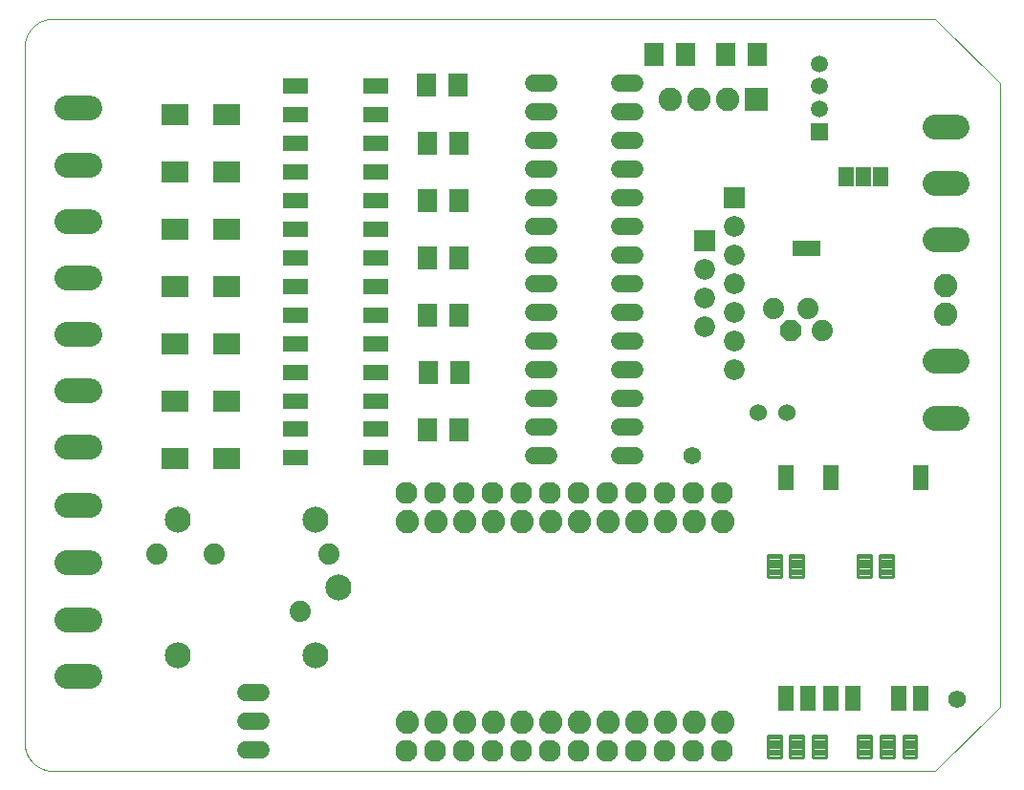
<source format=gbs>
G75*
%MOIN*%
%OFA0B0*%
%FSLAX25Y25*%
%IPPOS*%
%LPD*%
%AMOC8*
5,1,8,0,0,1.08239X$1,22.5*
%
%ADD10C,0.00100*%
%ADD11C,0.08200*%
%ADD12R,0.07099X0.07887*%
%ADD13R,0.08800X0.05800*%
%ADD14C,0.08600*%
%ADD15C,0.07400*%
%ADD16C,0.06000*%
%ADD17C,0.01160*%
%ADD18R,0.05800X0.08674*%
%ADD19C,0.06200*%
%ADD20R,0.07225X0.07225*%
%ADD21C,0.07225*%
%ADD22C,0.06000*%
%ADD23C,0.09068*%
%ADD24R,0.09800X0.07769*%
%ADD25R,0.05950X0.05950*%
%ADD26C,0.05950*%
%ADD27C,0.07700*%
%ADD28OC8,0.07400*%
%ADD29R,0.03300X0.05800*%
%ADD30R,0.08200X0.08200*%
%ADD31R,0.05400X0.07100*%
D10*
X0057595Y0046433D02*
X0057595Y0288933D01*
X0057598Y0289175D01*
X0057607Y0289416D01*
X0057621Y0289657D01*
X0057642Y0289898D01*
X0057668Y0290138D01*
X0057700Y0290378D01*
X0057738Y0290617D01*
X0057781Y0290854D01*
X0057831Y0291091D01*
X0057886Y0291326D01*
X0057946Y0291560D01*
X0058013Y0291792D01*
X0058084Y0292023D01*
X0058162Y0292252D01*
X0058245Y0292479D01*
X0058333Y0292704D01*
X0058427Y0292927D01*
X0058526Y0293147D01*
X0058631Y0293365D01*
X0058740Y0293580D01*
X0058855Y0293793D01*
X0058975Y0294003D01*
X0059100Y0294209D01*
X0059230Y0294413D01*
X0059365Y0294614D01*
X0059505Y0294811D01*
X0059649Y0295005D01*
X0059798Y0295195D01*
X0059952Y0295381D01*
X0060110Y0295564D01*
X0060272Y0295743D01*
X0060439Y0295918D01*
X0060610Y0296089D01*
X0060785Y0296256D01*
X0060964Y0296418D01*
X0061147Y0296576D01*
X0061333Y0296730D01*
X0061523Y0296879D01*
X0061717Y0297023D01*
X0061914Y0297163D01*
X0062115Y0297298D01*
X0062319Y0297428D01*
X0062525Y0297553D01*
X0062735Y0297673D01*
X0062948Y0297788D01*
X0063163Y0297897D01*
X0063381Y0298002D01*
X0063601Y0298101D01*
X0063824Y0298195D01*
X0064049Y0298283D01*
X0064276Y0298366D01*
X0064505Y0298444D01*
X0064736Y0298515D01*
X0064968Y0298582D01*
X0065202Y0298642D01*
X0065437Y0298697D01*
X0065674Y0298747D01*
X0065911Y0298790D01*
X0066150Y0298828D01*
X0066390Y0298860D01*
X0066630Y0298886D01*
X0066871Y0298907D01*
X0067112Y0298921D01*
X0067353Y0298930D01*
X0067595Y0298933D01*
X0375095Y0298933D01*
X0397595Y0276433D01*
X0397595Y0058933D01*
X0375095Y0036433D01*
X0067595Y0036433D01*
X0067353Y0036436D01*
X0067112Y0036445D01*
X0066871Y0036459D01*
X0066630Y0036480D01*
X0066390Y0036506D01*
X0066150Y0036538D01*
X0065911Y0036576D01*
X0065674Y0036619D01*
X0065437Y0036669D01*
X0065202Y0036724D01*
X0064968Y0036784D01*
X0064736Y0036851D01*
X0064505Y0036922D01*
X0064276Y0037000D01*
X0064049Y0037083D01*
X0063824Y0037171D01*
X0063601Y0037265D01*
X0063381Y0037364D01*
X0063163Y0037469D01*
X0062948Y0037578D01*
X0062735Y0037693D01*
X0062525Y0037813D01*
X0062319Y0037938D01*
X0062115Y0038068D01*
X0061914Y0038203D01*
X0061717Y0038343D01*
X0061523Y0038487D01*
X0061333Y0038636D01*
X0061147Y0038790D01*
X0060964Y0038948D01*
X0060785Y0039110D01*
X0060610Y0039277D01*
X0060439Y0039448D01*
X0060272Y0039623D01*
X0060110Y0039802D01*
X0059952Y0039985D01*
X0059798Y0040171D01*
X0059649Y0040361D01*
X0059505Y0040555D01*
X0059365Y0040752D01*
X0059230Y0040953D01*
X0059100Y0041157D01*
X0058975Y0041363D01*
X0058855Y0041573D01*
X0058740Y0041786D01*
X0058631Y0042001D01*
X0058526Y0042219D01*
X0058427Y0042439D01*
X0058333Y0042662D01*
X0058245Y0042887D01*
X0058162Y0043114D01*
X0058084Y0043343D01*
X0058013Y0043574D01*
X0057946Y0043806D01*
X0057886Y0044040D01*
X0057831Y0044275D01*
X0057781Y0044512D01*
X0057738Y0044749D01*
X0057700Y0044988D01*
X0057668Y0045228D01*
X0057642Y0045468D01*
X0057621Y0045709D01*
X0057607Y0045950D01*
X0057598Y0046191D01*
X0057595Y0046433D01*
D11*
X0190883Y0053539D03*
X0200883Y0053539D03*
X0210883Y0053539D03*
X0220883Y0053539D03*
X0230883Y0053539D03*
X0240883Y0053539D03*
X0250883Y0053539D03*
X0260883Y0053539D03*
X0270883Y0053539D03*
X0280883Y0053539D03*
X0290883Y0053539D03*
X0300883Y0053539D03*
X0300883Y0123539D03*
X0290883Y0123539D03*
X0280883Y0123539D03*
X0270883Y0123539D03*
X0260883Y0123539D03*
X0250883Y0123539D03*
X0240883Y0123539D03*
X0230883Y0123539D03*
X0220883Y0123539D03*
X0210883Y0123539D03*
X0200883Y0123539D03*
X0190883Y0123539D03*
X0282595Y0270958D03*
X0292595Y0270908D03*
X0302595Y0270958D03*
X0378595Y0205683D03*
X0378595Y0195683D03*
D12*
X0313107Y0286433D03*
X0302083Y0286433D03*
X0288107Y0286433D03*
X0277083Y0286433D03*
X0208786Y0275813D03*
X0197762Y0275813D03*
X0198087Y0255390D03*
X0209111Y0255390D03*
X0209111Y0235390D03*
X0198087Y0235390D03*
X0198087Y0215390D03*
X0209111Y0215390D03*
X0209111Y0195390D03*
X0198087Y0195390D03*
X0198264Y0175528D03*
X0209288Y0175528D03*
X0209111Y0155390D03*
X0198087Y0155390D03*
D13*
X0180099Y0155705D03*
X0180099Y0165390D03*
X0180099Y0175390D03*
X0180099Y0185390D03*
X0180099Y0195390D03*
X0180099Y0205390D03*
X0180099Y0215390D03*
X0180099Y0225390D03*
X0180099Y0235390D03*
X0180099Y0245390D03*
X0180099Y0255390D03*
X0180099Y0265390D03*
X0180099Y0275390D03*
X0152099Y0275390D03*
X0152099Y0265390D03*
X0152099Y0255390D03*
X0152099Y0245390D03*
X0152099Y0235390D03*
X0152099Y0225390D03*
X0152099Y0215390D03*
X0152099Y0205390D03*
X0152099Y0195390D03*
X0152099Y0185390D03*
X0152099Y0175390D03*
X0152099Y0165390D03*
X0152099Y0155705D03*
X0152099Y0145705D03*
X0180099Y0145705D03*
D14*
X0080294Y0149359D02*
X0072494Y0149359D01*
X0072494Y0169159D02*
X0080294Y0169159D01*
X0080294Y0188859D02*
X0072494Y0188859D01*
X0072494Y0208559D02*
X0080294Y0208559D01*
X0080294Y0228259D02*
X0072494Y0228259D01*
X0072494Y0247959D02*
X0080294Y0247959D01*
X0080294Y0267759D02*
X0072494Y0267759D01*
X0072494Y0129065D02*
X0080294Y0129065D01*
X0080294Y0109265D02*
X0072494Y0109265D01*
X0072455Y0089128D02*
X0080255Y0089128D01*
X0080255Y0069328D02*
X0072455Y0069328D01*
X0374896Y0159565D02*
X0382696Y0159565D01*
X0382696Y0179365D02*
X0374896Y0179365D01*
X0374945Y0221733D02*
X0382745Y0221733D01*
X0382745Y0241433D02*
X0374945Y0241433D01*
X0374945Y0261133D02*
X0382745Y0261133D01*
D15*
X0330595Y0197746D03*
X0335595Y0190120D03*
X0318595Y0197746D03*
X0163745Y0112236D03*
X0153745Y0092236D03*
X0123745Y0112236D03*
X0103745Y0112236D03*
D16*
X0134865Y0063853D02*
X0140065Y0063853D01*
X0140065Y0053853D02*
X0134865Y0053853D01*
X0134865Y0043853D02*
X0140065Y0043853D01*
X0235135Y0146453D02*
X0240335Y0146453D01*
X0240335Y0156453D02*
X0235135Y0156453D01*
X0235135Y0166453D02*
X0240335Y0166453D01*
X0240335Y0176453D02*
X0235135Y0176453D01*
X0235135Y0186453D02*
X0240335Y0186453D01*
X0240335Y0196453D02*
X0235135Y0196453D01*
X0235135Y0206453D02*
X0240335Y0206453D01*
X0240335Y0216453D02*
X0235135Y0216453D01*
X0235135Y0226453D02*
X0240335Y0226453D01*
X0240335Y0236453D02*
X0235135Y0236453D01*
X0235135Y0246453D02*
X0240335Y0246453D01*
X0240335Y0256453D02*
X0235135Y0256453D01*
X0235135Y0266453D02*
X0240335Y0266453D01*
X0240335Y0276453D02*
X0235135Y0276453D01*
X0265135Y0276453D02*
X0270335Y0276453D01*
X0270335Y0266453D02*
X0265135Y0266453D01*
X0265135Y0256453D02*
X0270335Y0256453D01*
X0270335Y0246453D02*
X0265135Y0246453D01*
X0265135Y0236453D02*
X0270335Y0236453D01*
X0270335Y0226453D02*
X0265135Y0226453D01*
X0265135Y0216453D02*
X0270335Y0216453D01*
X0270335Y0206453D02*
X0265135Y0206453D01*
X0265135Y0196453D02*
X0270335Y0196453D01*
X0270335Y0186453D02*
X0265135Y0186453D01*
X0265135Y0176453D02*
X0270335Y0176453D01*
X0270335Y0166453D02*
X0265135Y0166453D01*
X0265135Y0156453D02*
X0270335Y0156453D01*
X0270335Y0146453D02*
X0265135Y0146453D01*
D17*
X0316653Y0111686D02*
X0316653Y0104172D01*
X0316653Y0111686D02*
X0321293Y0111686D01*
X0321293Y0104172D01*
X0316653Y0104172D01*
X0316653Y0105331D02*
X0321293Y0105331D01*
X0321293Y0106490D02*
X0316653Y0106490D01*
X0316653Y0107649D02*
X0321293Y0107649D01*
X0321293Y0108808D02*
X0316653Y0108808D01*
X0316653Y0109967D02*
X0321293Y0109967D01*
X0321293Y0111126D02*
X0316653Y0111126D01*
X0324527Y0111686D02*
X0324527Y0104172D01*
X0324527Y0111686D02*
X0329167Y0111686D01*
X0329167Y0104172D01*
X0324527Y0104172D01*
X0324527Y0105331D02*
X0329167Y0105331D01*
X0329167Y0106490D02*
X0324527Y0106490D01*
X0324527Y0107649D02*
X0329167Y0107649D01*
X0329167Y0108808D02*
X0324527Y0108808D01*
X0324527Y0109967D02*
X0329167Y0109967D01*
X0329167Y0111126D02*
X0324527Y0111126D01*
X0348149Y0111694D02*
X0348149Y0104180D01*
X0348149Y0111694D02*
X0352789Y0111694D01*
X0352789Y0104180D01*
X0348149Y0104180D01*
X0348149Y0105339D02*
X0352789Y0105339D01*
X0352789Y0106498D02*
X0348149Y0106498D01*
X0348149Y0107657D02*
X0352789Y0107657D01*
X0352789Y0108816D02*
X0348149Y0108816D01*
X0348149Y0109975D02*
X0352789Y0109975D01*
X0352789Y0111134D02*
X0348149Y0111134D01*
X0355649Y0111694D02*
X0355649Y0104180D01*
X0355649Y0111694D02*
X0360289Y0111694D01*
X0360289Y0104180D01*
X0355649Y0104180D01*
X0355649Y0105339D02*
X0360289Y0105339D01*
X0360289Y0106498D02*
X0355649Y0106498D01*
X0355649Y0107657D02*
X0360289Y0107657D01*
X0360289Y0108816D02*
X0355649Y0108816D01*
X0355649Y0109975D02*
X0360289Y0109975D01*
X0360289Y0111134D02*
X0355649Y0111134D01*
X0356023Y0048694D02*
X0356023Y0041180D01*
X0356023Y0048694D02*
X0360663Y0048694D01*
X0360663Y0041180D01*
X0356023Y0041180D01*
X0356023Y0042339D02*
X0360663Y0042339D01*
X0360663Y0043498D02*
X0356023Y0043498D01*
X0356023Y0044657D02*
X0360663Y0044657D01*
X0360663Y0045816D02*
X0356023Y0045816D01*
X0356023Y0046975D02*
X0360663Y0046975D01*
X0360663Y0048134D02*
X0356023Y0048134D01*
X0348149Y0048694D02*
X0348149Y0041180D01*
X0348149Y0048694D02*
X0352789Y0048694D01*
X0352789Y0041180D01*
X0348149Y0041180D01*
X0348149Y0042339D02*
X0352789Y0042339D01*
X0352789Y0043498D02*
X0348149Y0043498D01*
X0348149Y0044657D02*
X0352789Y0044657D01*
X0352789Y0045816D02*
X0348149Y0045816D01*
X0348149Y0046975D02*
X0352789Y0046975D01*
X0352789Y0048134D02*
X0348149Y0048134D01*
X0332401Y0048694D02*
X0332401Y0041180D01*
X0332401Y0048694D02*
X0337041Y0048694D01*
X0337041Y0041180D01*
X0332401Y0041180D01*
X0332401Y0042339D02*
X0337041Y0042339D01*
X0337041Y0043498D02*
X0332401Y0043498D01*
X0332401Y0044657D02*
X0337041Y0044657D01*
X0337041Y0045816D02*
X0332401Y0045816D01*
X0332401Y0046975D02*
X0337041Y0046975D01*
X0337041Y0048134D02*
X0332401Y0048134D01*
X0324527Y0048694D02*
X0324527Y0041180D01*
X0324527Y0048694D02*
X0329167Y0048694D01*
X0329167Y0041180D01*
X0324527Y0041180D01*
X0324527Y0042339D02*
X0329167Y0042339D01*
X0329167Y0043498D02*
X0324527Y0043498D01*
X0324527Y0044657D02*
X0329167Y0044657D01*
X0329167Y0045816D02*
X0324527Y0045816D01*
X0324527Y0046975D02*
X0329167Y0046975D01*
X0329167Y0048134D02*
X0324527Y0048134D01*
X0316653Y0048694D02*
X0316653Y0041180D01*
X0316653Y0048694D02*
X0321293Y0048694D01*
X0321293Y0041180D01*
X0316653Y0041180D01*
X0316653Y0042339D02*
X0321293Y0042339D01*
X0321293Y0043498D02*
X0316653Y0043498D01*
X0316653Y0044657D02*
X0321293Y0044657D01*
X0321293Y0045816D02*
X0316653Y0045816D01*
X0316653Y0046975D02*
X0321293Y0046975D01*
X0321293Y0048134D02*
X0316653Y0048134D01*
X0363897Y0048694D02*
X0363897Y0041180D01*
X0363897Y0048694D02*
X0368537Y0048694D01*
X0368537Y0041180D01*
X0363897Y0041180D01*
X0363897Y0042339D02*
X0368537Y0042339D01*
X0368537Y0043498D02*
X0363897Y0043498D01*
X0363897Y0044657D02*
X0368537Y0044657D01*
X0368537Y0045816D02*
X0363897Y0045816D01*
X0363897Y0046975D02*
X0368537Y0046975D01*
X0368537Y0048134D02*
X0363897Y0048134D01*
D18*
X0362280Y0061937D03*
X0370154Y0061937D03*
X0346532Y0061937D03*
X0338658Y0061937D03*
X0330784Y0061937D03*
X0322910Y0061937D03*
X0322910Y0138709D03*
X0338610Y0138709D03*
X0370154Y0138709D03*
D19*
X0290345Y0146433D03*
X0382595Y0061433D03*
D20*
X0294595Y0221433D03*
X0305095Y0236433D03*
D21*
X0305095Y0226433D03*
X0305095Y0216433D03*
X0294595Y0211433D03*
X0305095Y0206433D03*
X0294595Y0201433D03*
X0305095Y0196433D03*
X0294595Y0191433D03*
X0305095Y0186433D03*
X0305095Y0176433D03*
D22*
X0313345Y0161433D03*
X0323345Y0161433D03*
D23*
X0166985Y0100433D03*
X0159111Y0124055D03*
X0111079Y0124055D03*
X0111079Y0076811D03*
X0159111Y0076811D03*
D24*
X0128135Y0145433D03*
X0110056Y0145433D03*
X0110056Y0165433D03*
X0128135Y0165433D03*
X0128135Y0185433D03*
X0110056Y0185433D03*
X0110056Y0205433D03*
X0128135Y0205433D03*
X0128135Y0225433D03*
X0110056Y0225433D03*
X0110056Y0245433D03*
X0128135Y0245433D03*
X0128135Y0265433D03*
X0110056Y0265433D03*
D25*
X0334595Y0259622D03*
D26*
X0334595Y0267496D03*
X0334595Y0275370D03*
X0334595Y0283244D03*
D27*
X0300845Y0133558D03*
X0290845Y0133558D03*
X0280845Y0133558D03*
X0270845Y0133558D03*
X0260845Y0133558D03*
X0250845Y0133558D03*
X0240845Y0133558D03*
X0230845Y0133558D03*
X0220845Y0133558D03*
X0210845Y0133558D03*
X0200845Y0133558D03*
X0190845Y0133558D03*
X0190845Y0043433D03*
X0200845Y0043433D03*
X0210845Y0043433D03*
X0220845Y0043433D03*
X0230845Y0043433D03*
X0240845Y0043433D03*
X0250845Y0043433D03*
X0260845Y0043433D03*
X0270845Y0043433D03*
X0280845Y0043433D03*
X0290845Y0043433D03*
X0300845Y0043433D03*
D28*
X0324595Y0190120D03*
D29*
X0326895Y0218933D03*
X0330095Y0218933D03*
X0333295Y0218933D03*
D30*
X0312620Y0270908D03*
D31*
X0344095Y0243933D03*
X0350095Y0243933D03*
X0356095Y0243933D03*
M02*

</source>
